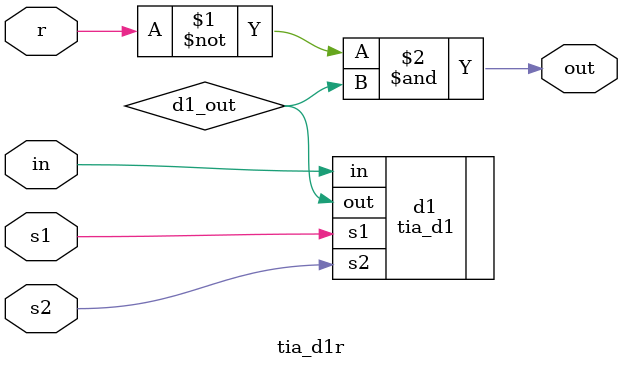
<source format=v>
`include "tia_d1.v"

module tia_d1r(in, s1, s2, r, out);

input in, s1, s2, r;
output out;

wire in;
wire s1;
wire s2;
wire r;
wire out;
wire d1_out;

tia_d1 d1(.in(in), .s1(s1), .s2(s2), .out(d1_out));

assign out = (~r) & d1_out;

endmodule  // tia_d1r

</source>
